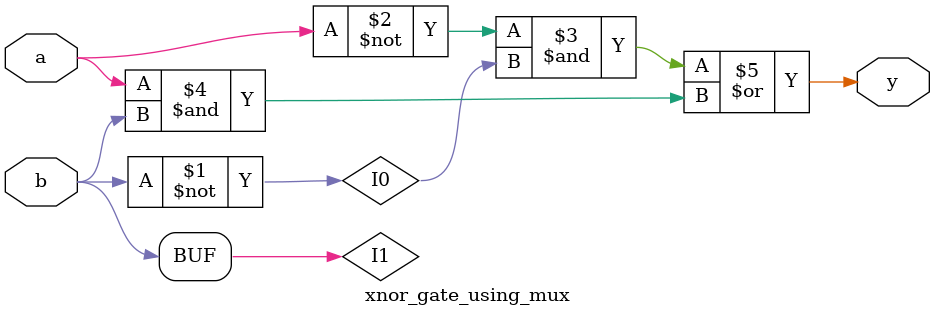
<source format=v>
module xnor_gate_using_mux (
    input wire a,
    input wire b,
    output wire y
);
    wire I0; 
    wire I1;
    assign I0 = ~b;
    assign I1 = b;
  assign y = (~a & I0) | (a & I1);
endmodule

</source>
